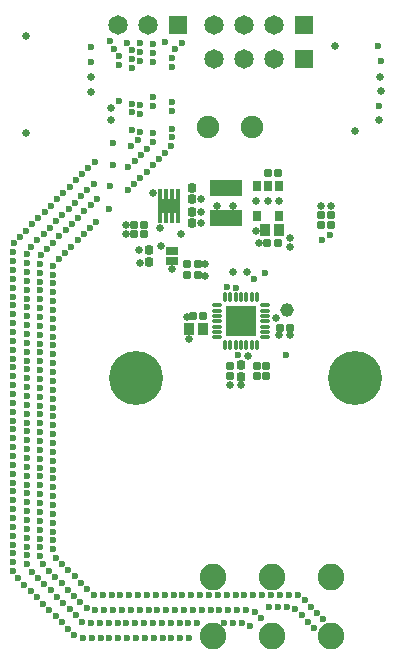
<source format=gts>
G04*
G04 #@! TF.GenerationSoftware,Altium Limited,Altium Designer,21.7.2 (23)*
G04*
G04 Layer_Color=8388736*
%FSLAX25Y25*%
%MOIN*%
G70*
G04*
G04 #@! TF.SameCoordinates,2BEB94BA-C242-4871-AFB5-1AACED26611A*
G04*
G04*
G04 #@! TF.FilePolarity,Negative*
G04*
G01*
G75*
%ADD27R,0.11024X0.05315*%
G04:AMPARAMS|DCode=28|XSize=26.38mil|YSize=27.95mil|CornerRadius=8.07mil|HoleSize=0mil|Usage=FLASHONLY|Rotation=270.000|XOffset=0mil|YOffset=0mil|HoleType=Round|Shape=RoundedRectangle|*
%AMROUNDEDRECTD28*
21,1,0.02638,0.01181,0,0,270.0*
21,1,0.01024,0.02795,0,0,270.0*
1,1,0.01614,-0.00591,-0.00512*
1,1,0.01614,-0.00591,0.00512*
1,1,0.01614,0.00591,0.00512*
1,1,0.01614,0.00591,-0.00512*
%
%ADD28ROUNDEDRECTD28*%
%ADD29C,0.04528*%
G04:AMPARAMS|DCode=30|XSize=31.1mil|YSize=29.53mil|CornerRadius=8.86mil|HoleSize=0mil|Usage=FLASHONLY|Rotation=90.000|XOffset=0mil|YOffset=0mil|HoleType=Round|Shape=RoundedRectangle|*
%AMROUNDEDRECTD30*
21,1,0.03110,0.01181,0,0,90.0*
21,1,0.01339,0.02953,0,0,90.0*
1,1,0.01772,0.00591,0.00669*
1,1,0.01772,0.00591,-0.00669*
1,1,0.01772,-0.00591,-0.00669*
1,1,0.01772,-0.00591,0.00669*
%
%ADD30ROUNDEDRECTD30*%
G04:AMPARAMS|DCode=31|XSize=26.38mil|YSize=27.95mil|CornerRadius=8.07mil|HoleSize=0mil|Usage=FLASHONLY|Rotation=0.000|XOffset=0mil|YOffset=0mil|HoleType=Round|Shape=RoundedRectangle|*
%AMROUNDEDRECTD31*
21,1,0.02638,0.01181,0,0,0.0*
21,1,0.01024,0.02795,0,0,0.0*
1,1,0.01614,0.00512,-0.00591*
1,1,0.01614,-0.00512,-0.00591*
1,1,0.01614,-0.00512,0.00591*
1,1,0.01614,0.00512,0.00591*
%
%ADD31ROUNDEDRECTD31*%
%ADD32R,0.03425X0.04134*%
%ADD33R,0.01260X0.02953*%
%ADD34R,0.07284X0.04528*%
%ADD35R,0.01772X0.03347*%
%ADD36R,0.02756X0.03740*%
%ADD37O,0.03543X0.01378*%
%ADD38O,0.01378X0.03543*%
%ADD39R,0.10433X0.10433*%
%ADD40R,0.03347X0.03937*%
%ADD41C,0.07480*%
%ADD42C,0.06496*%
%ADD43R,0.06496X0.06496*%
%ADD44C,0.08858*%
%ADD45C,0.18012*%
%ADD46C,0.02362*%
%ADD47C,0.02559*%
D27*
X239764Y246260D02*
D03*
Y256496D02*
D03*
D28*
X271588Y244003D02*
D03*
Y247468D02*
D03*
X274606Y243996D02*
D03*
Y247461D02*
D03*
X253051Y197008D02*
D03*
Y193543D02*
D03*
X241240D02*
D03*
Y197008D02*
D03*
X250000D02*
D03*
Y193543D02*
D03*
D29*
X260236Y215748D02*
D03*
D30*
X228445Y256516D02*
D03*
Y252736D02*
D03*
X213976Y231772D02*
D03*
Y235551D02*
D03*
X228445Y248445D02*
D03*
Y244665D02*
D03*
X244783Y193484D02*
D03*
Y197264D02*
D03*
D31*
X230276Y231201D02*
D03*
X226811D02*
D03*
X209095Y244193D02*
D03*
X212559D02*
D03*
X230276Y227264D02*
D03*
X226811D02*
D03*
X253780Y261417D02*
D03*
X257244D02*
D03*
X253583Y238091D02*
D03*
X257047D02*
D03*
X209095Y240945D02*
D03*
X212559D02*
D03*
X257618Y209744D02*
D03*
X261083Y209744D02*
D03*
X228784Y213649D02*
D03*
X232248D02*
D03*
D32*
X252756Y242224D02*
D03*
X257480D02*
D03*
D33*
X223130Y235236D02*
D03*
X221752Y235236D02*
D03*
X220374Y235236D02*
D03*
X223130Y232087D02*
D03*
X221752Y232087D02*
D03*
X220374D02*
D03*
D34*
X220866Y250394D02*
D03*
D35*
X223819Y246260D02*
D03*
X221850D02*
D03*
X219882D02*
D03*
X217913D02*
D03*
Y254528D02*
D03*
X219882D02*
D03*
X221850D02*
D03*
X223819D02*
D03*
D36*
X257480Y256988D02*
D03*
X253740Y256988D02*
D03*
X250000Y256988D02*
D03*
X257480Y247146D02*
D03*
X250000Y247146D02*
D03*
D37*
X252756Y206594D02*
D03*
Y208366D02*
D03*
Y210138D02*
D03*
X252756Y211910D02*
D03*
X252756Y213681D02*
D03*
Y215453D02*
D03*
Y217224D02*
D03*
X236811D02*
D03*
Y215453D02*
D03*
Y213681D02*
D03*
X236811Y211910D02*
D03*
X236811Y210138D02*
D03*
Y208366D02*
D03*
Y206594D02*
D03*
D38*
X250098Y219882D02*
D03*
X248327D02*
D03*
X246555D02*
D03*
X244783Y219882D02*
D03*
X243012Y219882D02*
D03*
X241240D02*
D03*
X239469D02*
D03*
Y203937D02*
D03*
X241240D02*
D03*
X243012D02*
D03*
X244783Y203937D02*
D03*
X246555Y203937D02*
D03*
X248327D02*
D03*
X250098D02*
D03*
D39*
X244783Y211910D02*
D03*
D40*
X232252Y209265D02*
D03*
X227527D02*
D03*
D41*
X248524Y276870D02*
D03*
X233858Y276772D02*
D03*
D42*
X203622Y310630D02*
D03*
X213622D02*
D03*
X255827D02*
D03*
X245827D02*
D03*
X235827D02*
D03*
X255827Y299213D02*
D03*
X245827D02*
D03*
X235827D02*
D03*
D43*
X223622Y310630D02*
D03*
X265827D02*
D03*
Y299213D02*
D03*
D44*
X274803Y107087D02*
D03*
X255118D02*
D03*
X235433D02*
D03*
X274803Y126772D02*
D03*
X255118D02*
D03*
X235433D02*
D03*
D45*
X282677Y192913D02*
D03*
X209842D02*
D03*
D46*
X219310Y305002D02*
D03*
X254033Y116569D02*
D03*
X256986D02*
D03*
X259938D02*
D03*
X262842Y116032D02*
D03*
X264930Y113944D02*
D03*
X267018Y111857D02*
D03*
X269106Y109769D02*
D03*
X272234Y112671D02*
D03*
X270146Y114759D02*
D03*
X268058Y116847D02*
D03*
X265970Y118935D02*
D03*
X263636Y120744D02*
D03*
X260685Y120833D02*
D03*
X257732D02*
D03*
X254779D02*
D03*
X251827D02*
D03*
X248874D02*
D03*
X245921D02*
D03*
X242968D02*
D03*
X240016D02*
D03*
X237063D02*
D03*
X234110D02*
D03*
X231157D02*
D03*
X228205D02*
D03*
X225252D02*
D03*
X222299D02*
D03*
X219346D02*
D03*
X216394D02*
D03*
X213441D02*
D03*
X210488D02*
D03*
X207535D02*
D03*
X204583D02*
D03*
X201630D02*
D03*
X198677D02*
D03*
X195724D02*
D03*
X193467Y122737D02*
D03*
X191379Y124825D02*
D03*
X189292Y126913D02*
D03*
X187204Y129001D02*
D03*
X185116Y131088D02*
D03*
X183028Y133176D02*
D03*
X182053Y135964D02*
D03*
Y138917D02*
D03*
Y141869D02*
D03*
Y144822D02*
D03*
Y147775D02*
D03*
Y150727D02*
D03*
Y153680D02*
D03*
Y156633D02*
D03*
Y159586D02*
D03*
Y162539D02*
D03*
Y165491D02*
D03*
Y168444D02*
D03*
Y171397D02*
D03*
Y174349D02*
D03*
Y177302D02*
D03*
Y180255D02*
D03*
Y183208D02*
D03*
Y186161D02*
D03*
Y189113D02*
D03*
Y192066D02*
D03*
Y195019D02*
D03*
Y197971D02*
D03*
Y200924D02*
D03*
Y203877D02*
D03*
Y206830D02*
D03*
Y209783D02*
D03*
Y212735D02*
D03*
Y215688D02*
D03*
Y218641D02*
D03*
Y221593D02*
D03*
Y224546D02*
D03*
Y227499D02*
D03*
Y230452D02*
D03*
X184059Y232619D02*
D03*
X186147Y234707D02*
D03*
X188235Y236794D02*
D03*
X190323Y238882D02*
D03*
X192411Y240970D02*
D03*
X194499Y243058D02*
D03*
X196587Y245146D02*
D03*
X200762Y249322D02*
D03*
X207026Y255586D02*
D03*
X209114Y257674D02*
D03*
X211202Y259762D02*
D03*
X213290Y261849D02*
D03*
X215378Y263937D02*
D03*
X217466Y266025D02*
D03*
X219554Y268113D02*
D03*
X221551Y270288D02*
D03*
X221817Y273229D02*
D03*
Y276182D02*
D03*
Y282087D02*
D03*
Y285040D02*
D03*
Y296851D02*
D03*
Y299803D02*
D03*
X222892Y302554D02*
D03*
X224980Y304642D02*
D03*
X201096Y305262D02*
D03*
X202557Y302696D02*
D03*
X204167Y300221D02*
D03*
Y297268D02*
D03*
Y285457D02*
D03*
X202246Y271403D02*
D03*
X195983Y265140D02*
D03*
X193895Y263052D02*
D03*
X191807Y260964D02*
D03*
X189719Y258876D02*
D03*
X187631Y256788D02*
D03*
X185543Y254700D02*
D03*
X183455Y252612D02*
D03*
X181367Y250524D02*
D03*
X179279Y248436D02*
D03*
X177191Y246349D02*
D03*
X175103Y244261D02*
D03*
X173016Y242173D02*
D03*
X170928Y240085D02*
D03*
X168957Y237886D02*
D03*
X168734Y234942D02*
D03*
Y231989D02*
D03*
Y229036D02*
D03*
Y226083D02*
D03*
Y223130D02*
D03*
Y220178D02*
D03*
Y217225D02*
D03*
Y214272D02*
D03*
Y211319D02*
D03*
Y208367D02*
D03*
Y205414D02*
D03*
Y202461D02*
D03*
Y199509D02*
D03*
Y196556D02*
D03*
Y193603D02*
D03*
Y190650D02*
D03*
Y187698D02*
D03*
Y184745D02*
D03*
Y181792D02*
D03*
Y178839D02*
D03*
Y175886D02*
D03*
Y172934D02*
D03*
Y169981D02*
D03*
Y167028D02*
D03*
Y164076D02*
D03*
Y161123D02*
D03*
Y158170D02*
D03*
Y155217D02*
D03*
Y152264D02*
D03*
Y149312D02*
D03*
Y146359D02*
D03*
Y143406D02*
D03*
Y140454D02*
D03*
Y137501D02*
D03*
Y134548D02*
D03*
Y131595D02*
D03*
X168773Y128643D02*
D03*
X170466Y126224D02*
D03*
X172554Y124136D02*
D03*
X174642Y122048D02*
D03*
X176730Y119960D02*
D03*
X178818Y117872D02*
D03*
X180905Y115784D02*
D03*
X182993Y113696D02*
D03*
X185081Y111608D02*
D03*
X187169Y109520D02*
D03*
X189257Y107432D02*
D03*
X192035Y106431D02*
D03*
X194988D02*
D03*
X197940D02*
D03*
X200893D02*
D03*
X203846D02*
D03*
X206799D02*
D03*
X209751D02*
D03*
X212704D02*
D03*
X215657D02*
D03*
X218610D02*
D03*
X221562D02*
D03*
X224515D02*
D03*
X227468D02*
D03*
X208431Y275642D02*
D03*
Y281547D02*
D03*
Y284500D02*
D03*
Y296311D02*
D03*
Y299264D02*
D03*
X208382Y302216D02*
D03*
X206665Y304618D02*
D03*
X211096Y304717D02*
D03*
Y301764D02*
D03*
Y298812D02*
D03*
Y284048D02*
D03*
Y281095D02*
D03*
Y275190D02*
D03*
X210281Y272352D02*
D03*
X208193Y270264D02*
D03*
X201929Y264000D02*
D03*
X195666Y257736D02*
D03*
X193578Y255648D02*
D03*
X191490Y253560D02*
D03*
X189402Y251472D02*
D03*
X187314Y249384D02*
D03*
X185226Y247297D02*
D03*
X183138Y245209D02*
D03*
X181050Y243121D02*
D03*
X178963Y241033D02*
D03*
X176875Y238945D02*
D03*
X174787Y236857D02*
D03*
X173360Y234272D02*
D03*
Y231319D02*
D03*
Y228366D02*
D03*
Y225414D02*
D03*
Y222461D02*
D03*
Y219508D02*
D03*
Y216555D02*
D03*
Y213603D02*
D03*
Y210650D02*
D03*
Y207697D02*
D03*
Y204744D02*
D03*
Y201792D02*
D03*
Y198839D02*
D03*
Y195886D02*
D03*
Y192933D02*
D03*
Y189981D02*
D03*
Y187028D02*
D03*
Y184075D02*
D03*
Y181122D02*
D03*
Y178170D02*
D03*
Y175217D02*
D03*
Y172264D02*
D03*
Y169311D02*
D03*
Y166359D02*
D03*
Y163406D02*
D03*
Y160453D02*
D03*
Y157500D02*
D03*
Y154548D02*
D03*
Y151595D02*
D03*
Y148642D02*
D03*
Y145689D02*
D03*
Y142737D02*
D03*
Y139784D02*
D03*
Y136831D02*
D03*
Y133878D02*
D03*
X173395Y130926D02*
D03*
X175079Y128500D02*
D03*
X177167Y126412D02*
D03*
X179255Y124325D02*
D03*
X181343Y122237D02*
D03*
X183431Y120149D02*
D03*
X185519Y118061D02*
D03*
X187606Y115973D02*
D03*
X189694Y113885D02*
D03*
X191837Y111853D02*
D03*
X194762Y111451D02*
D03*
X197715D02*
D03*
X200667D02*
D03*
X203620D02*
D03*
X206573D02*
D03*
X209526D02*
D03*
X212478D02*
D03*
X215431D02*
D03*
X218384D02*
D03*
X221337D02*
D03*
X224289D02*
D03*
X227242D02*
D03*
X230195D02*
D03*
X239053D02*
D03*
X242006D02*
D03*
X244959D02*
D03*
X247766Y110537D02*
D03*
X251390Y112944D02*
D03*
X249302Y115032D02*
D03*
X246429Y115715D02*
D03*
X243477D02*
D03*
X240524D02*
D03*
X237571D02*
D03*
X234618D02*
D03*
X231665D02*
D03*
X228713D02*
D03*
X225760D02*
D03*
X222807D02*
D03*
X219854D02*
D03*
X216902D02*
D03*
X213949D02*
D03*
X210996D02*
D03*
X208043D02*
D03*
X205091D02*
D03*
X202138D02*
D03*
X199185D02*
D03*
X196232D02*
D03*
X193334Y116276D02*
D03*
X191246Y118364D02*
D03*
X189158Y120452D02*
D03*
X187070Y122540D02*
D03*
X184982Y124628D02*
D03*
X182894Y126716D02*
D03*
X180806Y128804D02*
D03*
X178718Y130892D02*
D03*
X177624Y133634D02*
D03*
Y136587D02*
D03*
Y139540D02*
D03*
Y142492D02*
D03*
Y145445D02*
D03*
Y148398D02*
D03*
Y151351D02*
D03*
Y154304D02*
D03*
Y157256D02*
D03*
Y160209D02*
D03*
Y163162D02*
D03*
Y166114D02*
D03*
Y169067D02*
D03*
Y172020D02*
D03*
Y174973D02*
D03*
Y177926D02*
D03*
Y180878D02*
D03*
Y183831D02*
D03*
Y186784D02*
D03*
Y189736D02*
D03*
Y192689D02*
D03*
Y195642D02*
D03*
Y198595D02*
D03*
Y201548D02*
D03*
Y204500D02*
D03*
Y207453D02*
D03*
Y210406D02*
D03*
Y213358D02*
D03*
Y216311D02*
D03*
Y219264D02*
D03*
Y222217D02*
D03*
Y225169D02*
D03*
Y228122D02*
D03*
Y231075D02*
D03*
X177968Y234008D02*
D03*
X180056Y236096D02*
D03*
X182144Y238183D02*
D03*
X184232Y240271D02*
D03*
X186319Y242359D02*
D03*
X188407Y244447D02*
D03*
X190495Y246535D02*
D03*
X192583Y248623D02*
D03*
X194671Y250711D02*
D03*
X196759Y252799D02*
D03*
X200935Y256975D02*
D03*
X207199Y263238D02*
D03*
X209286Y265326D02*
D03*
X211374Y267414D02*
D03*
X213462Y269502D02*
D03*
X215271Y271836D02*
D03*
X215360Y274787D02*
D03*
Y283645D02*
D03*
Y286598D02*
D03*
Y298409D02*
D03*
Y301362D02*
D03*
Y304315D02*
D03*
X290551Y303543D02*
D03*
X194783Y303445D02*
D03*
X291339Y298819D02*
D03*
X194862Y298445D02*
D03*
X252756Y227953D02*
D03*
X249213Y225984D02*
D03*
X290709Y283701D02*
D03*
X274410Y240756D02*
D03*
X271654Y238976D02*
D03*
X243701Y200787D02*
D03*
X259842D02*
D03*
X240158Y223228D02*
D03*
X243004Y223130D02*
D03*
D47*
X290913Y279102D02*
D03*
X201543D02*
D03*
X291322Y288603D02*
D03*
X194744Y288445D02*
D03*
X291201Y293445D02*
D03*
X194744D02*
D03*
X275984Y303543D02*
D03*
X201543Y283102D02*
D03*
X173209Y274823D02*
D03*
Y307067D02*
D03*
X282638Y275236D02*
D03*
X242235Y228435D02*
D03*
X246865D02*
D03*
X224803Y241043D02*
D03*
X247215Y200295D02*
D03*
X241240Y190847D02*
D03*
X244783D02*
D03*
X261122Y207283D02*
D03*
X226619Y213510D02*
D03*
X256406Y212953D02*
D03*
X257579Y207283D02*
D03*
X227384Y206063D02*
D03*
X231523Y244871D02*
D03*
X249902Y242126D02*
D03*
X250787Y237992D02*
D03*
X260925Y236811D02*
D03*
Y239567D02*
D03*
X271588Y250263D02*
D03*
X274606Y250354D02*
D03*
X242126Y250394D02*
D03*
X236910D02*
D03*
X210728Y235630D02*
D03*
X232874Y227165D02*
D03*
Y231201D02*
D03*
X206398Y241043D02*
D03*
X206496Y244193D02*
D03*
X221752Y229331D02*
D03*
X217913Y243110D02*
D03*
X218110Y237008D02*
D03*
X210925Y231496D02*
D03*
X231521Y248330D02*
D03*
X231398Y252756D02*
D03*
X220866Y250394D02*
D03*
X257382Y251969D02*
D03*
X253642D02*
D03*
X249902D02*
D03*
X215453Y254545D02*
D03*
M02*

</source>
